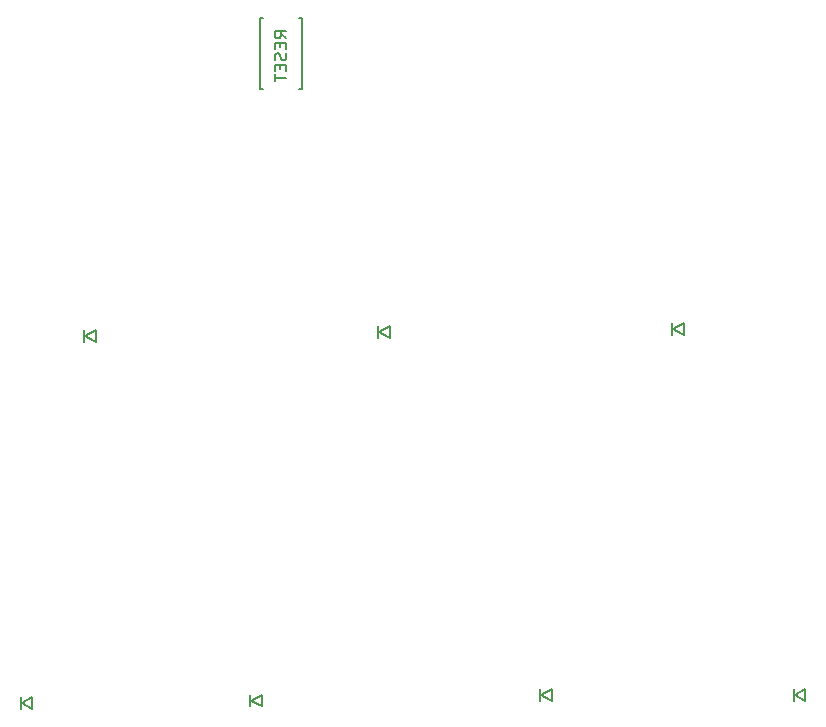
<source format=gbr>
G04 #@! TF.GenerationSoftware,KiCad,Pcbnew,(5.1.5-0-10_14)*
G04 #@! TF.CreationDate,2019-12-18T14:27:56+09:00*
G04 #@! TF.ProjectId,my_keybov2,6d795f6b-6579-4626-9f76-322e6b696361,rev?*
G04 #@! TF.SameCoordinates,Original*
G04 #@! TF.FileFunction,Legend,Bot*
G04 #@! TF.FilePolarity,Positive*
%FSLAX46Y46*%
G04 Gerber Fmt 4.6, Leading zero omitted, Abs format (unit mm)*
G04 Created by KiCad (PCBNEW (5.1.5-0-10_14)) date 2019-12-18 14:27:56*
%MOMM*%
%LPD*%
G04 APERTURE LIST*
%ADD10C,0.150000*%
G04 APERTURE END LIST*
D10*
X94450000Y-82300000D02*
X95350000Y-81800000D01*
X95350000Y-81800000D02*
X95350000Y-82800000D01*
X95350000Y-82800000D02*
X94450000Y-82300000D01*
X94350000Y-81800000D02*
X94350000Y-82800000D01*
X119350000Y-81950000D02*
X120250000Y-81450000D01*
X120250000Y-81450000D02*
X120250000Y-82450000D01*
X120250000Y-82450000D02*
X119350000Y-81950000D01*
X119250000Y-81450000D02*
X119250000Y-82450000D01*
X144250000Y-81700000D02*
X145150000Y-81200000D01*
X145150000Y-81200000D02*
X145150000Y-82200000D01*
X145150000Y-82200000D02*
X144250000Y-81700000D01*
X144150000Y-81200000D02*
X144150000Y-82200000D01*
X89100000Y-113350000D02*
X90000000Y-112850000D01*
X90000000Y-112850000D02*
X90000000Y-113850000D01*
X90000000Y-113850000D02*
X89100000Y-113350000D01*
X89000000Y-112850000D02*
X89000000Y-113850000D01*
X108450000Y-112650000D02*
X108450000Y-113650000D01*
X109450000Y-113650000D02*
X108550000Y-113150000D01*
X109450000Y-112650000D02*
X109450000Y-113650000D01*
X108550000Y-113150000D02*
X109450000Y-112650000D01*
X133000000Y-112200000D02*
X133000000Y-113200000D01*
X134000000Y-113200000D02*
X133100000Y-112700000D01*
X134000000Y-112200000D02*
X134000000Y-113200000D01*
X133100000Y-112700000D02*
X134000000Y-112200000D01*
X154450000Y-112200000D02*
X154450000Y-113200000D01*
X155450000Y-113200000D02*
X154550000Y-112700000D01*
X155450000Y-112200000D02*
X155450000Y-113200000D01*
X154550000Y-112700000D02*
X155450000Y-112200000D01*
X109550000Y-61400000D02*
X109300000Y-61400000D01*
X109300000Y-61400000D02*
X109300000Y-55400000D01*
X109300000Y-55400000D02*
X109550000Y-55400000D01*
X112550000Y-55400000D02*
X112800000Y-55400000D01*
X112800000Y-55400000D02*
X112800000Y-61400000D01*
X112800000Y-61400000D02*
X112550000Y-61400000D01*
X111502380Y-57074619D02*
X111026190Y-56741285D01*
X111502380Y-56503190D02*
X110502380Y-56503190D01*
X110502380Y-56884142D01*
X110550000Y-56979380D01*
X110597619Y-57027000D01*
X110692857Y-57074619D01*
X110835714Y-57074619D01*
X110930952Y-57027000D01*
X110978571Y-56979380D01*
X111026190Y-56884142D01*
X111026190Y-56503190D01*
X110978571Y-57503190D02*
X110978571Y-57836523D01*
X111502380Y-57979380D02*
X111502380Y-57503190D01*
X110502380Y-57503190D01*
X110502380Y-57979380D01*
X111454761Y-58360333D02*
X111502380Y-58503190D01*
X111502380Y-58741285D01*
X111454761Y-58836523D01*
X111407142Y-58884142D01*
X111311904Y-58931761D01*
X111216666Y-58931761D01*
X111121428Y-58884142D01*
X111073809Y-58836523D01*
X111026190Y-58741285D01*
X110978571Y-58550809D01*
X110930952Y-58455571D01*
X110883333Y-58407952D01*
X110788095Y-58360333D01*
X110692857Y-58360333D01*
X110597619Y-58407952D01*
X110550000Y-58455571D01*
X110502380Y-58550809D01*
X110502380Y-58788904D01*
X110550000Y-58931761D01*
X110978571Y-59360333D02*
X110978571Y-59693666D01*
X111502380Y-59836523D02*
X111502380Y-59360333D01*
X110502380Y-59360333D01*
X110502380Y-59836523D01*
X110502380Y-60122238D02*
X110502380Y-60693666D01*
X111502380Y-60407952D02*
X110502380Y-60407952D01*
M02*

</source>
